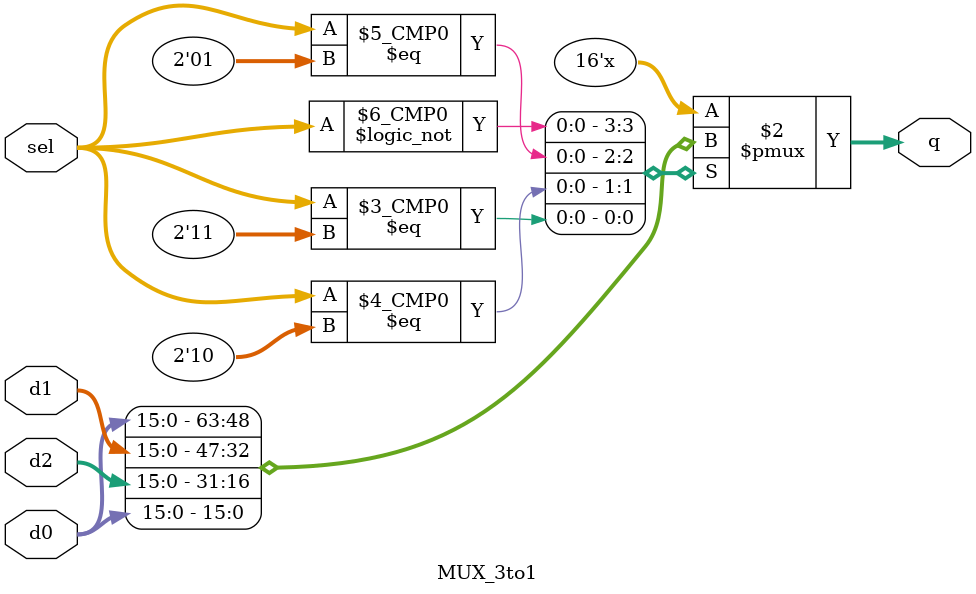
<source format=v>
module MUX_3to1(input [15:0] d0,d1,d2,input [1:0] sel,output reg [15:0] q);
	always @(*) begin
		case(sel)
			2'b00:q=d0;
			2'b01:q=d1;
			2'b10:q=d2;
			2'b11:q=d0;
			default:q=d0;
		endcase
	end
endmodule

</source>
